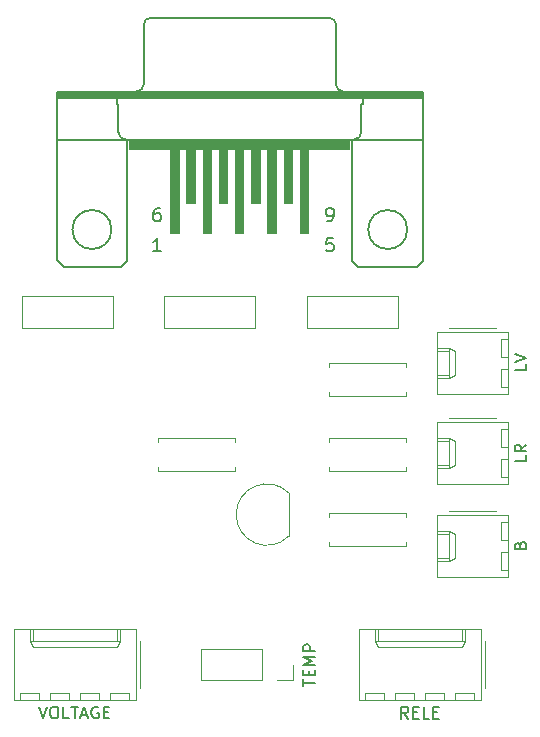
<source format=gbr>
%TF.GenerationSoftware,KiCad,Pcbnew,(6.0.6)*%
%TF.CreationDate,2022-08-24T17:57:08-03:00*%
%TF.ProjectId,hub_interior,6875625f-696e-4746-9572-696f722e6b69,rev?*%
%TF.SameCoordinates,Original*%
%TF.FileFunction,Legend,Top*%
%TF.FilePolarity,Positive*%
%FSLAX46Y46*%
G04 Gerber Fmt 4.6, Leading zero omitted, Abs format (unit mm)*
G04 Created by KiCad (PCBNEW (6.0.6)) date 2022-08-24 17:57:08*
%MOMM*%
%LPD*%
G01*
G04 APERTURE LIST*
%ADD10C,0.150000*%
%ADD11C,0.127000*%
%ADD12C,0.120000*%
%ADD13C,0.152400*%
G04 APERTURE END LIST*
D10*
%TO.C,LR*%
X49022380Y25971523D02*
X49022380Y25495333D01*
X48022380Y25495333D01*
X49022380Y26876285D02*
X48546190Y26542952D01*
X49022380Y26304857D02*
X48022380Y26304857D01*
X48022380Y26685809D01*
X48070000Y26781047D01*
X48117619Y26828666D01*
X48212857Y26876285D01*
X48355714Y26876285D01*
X48450952Y26828666D01*
X48498571Y26781047D01*
X48546190Y26685809D01*
X48546190Y26304857D01*
%TO.C,VOLTAGE*%
X7771190Y4702619D02*
X8104523Y3702619D01*
X8437857Y4702619D01*
X8961666Y4702619D02*
X9152142Y4702619D01*
X9247380Y4655000D01*
X9342619Y4559761D01*
X9390238Y4369285D01*
X9390238Y4035952D01*
X9342619Y3845476D01*
X9247380Y3750238D01*
X9152142Y3702619D01*
X8961666Y3702619D01*
X8866428Y3750238D01*
X8771190Y3845476D01*
X8723571Y4035952D01*
X8723571Y4369285D01*
X8771190Y4559761D01*
X8866428Y4655000D01*
X8961666Y4702619D01*
X10295000Y3702619D02*
X9818809Y3702619D01*
X9818809Y4702619D01*
X10485476Y4702619D02*
X11056904Y4702619D01*
X10771190Y3702619D02*
X10771190Y4702619D01*
X11342619Y3988333D02*
X11818809Y3988333D01*
X11247380Y3702619D02*
X11580714Y4702619D01*
X11914047Y3702619D01*
X12771190Y4655000D02*
X12675952Y4702619D01*
X12533095Y4702619D01*
X12390238Y4655000D01*
X12295000Y4559761D01*
X12247380Y4464523D01*
X12199761Y4274047D01*
X12199761Y4131190D01*
X12247380Y3940714D01*
X12295000Y3845476D01*
X12390238Y3750238D01*
X12533095Y3702619D01*
X12628333Y3702619D01*
X12771190Y3750238D01*
X12818809Y3797857D01*
X12818809Y4131190D01*
X12628333Y4131190D01*
X13247380Y4226428D02*
X13580714Y4226428D01*
X13723571Y3702619D02*
X13247380Y3702619D01*
X13247380Y4702619D01*
X13723571Y4702619D01*
%TO.C,TEMP*%
X30147380Y6445476D02*
X30147380Y7016904D01*
X31147380Y6731190D02*
X30147380Y6731190D01*
X30623571Y7350238D02*
X30623571Y7683571D01*
X31147380Y7826428D02*
X31147380Y7350238D01*
X30147380Y7350238D01*
X30147380Y7826428D01*
X31147380Y8255000D02*
X30147380Y8255000D01*
X30861666Y8588333D01*
X30147380Y8921666D01*
X31147380Y8921666D01*
X31147380Y9397857D02*
X30147380Y9397857D01*
X30147380Y9778809D01*
X30195000Y9874047D01*
X30242619Y9921666D01*
X30337857Y9969285D01*
X30480714Y9969285D01*
X30575952Y9921666D01*
X30623571Y9874047D01*
X30671190Y9778809D01*
X30671190Y9397857D01*
%TO.C,LV*%
X49022380Y33662952D02*
X49022380Y33186761D01*
X48022380Y33186761D01*
X48022380Y33853428D02*
X49022380Y34186761D01*
X48022380Y34520095D01*
%TO.C,B*%
X48498571Y18359428D02*
X48546190Y18502285D01*
X48593809Y18549904D01*
X48689047Y18597523D01*
X48831904Y18597523D01*
X48927142Y18549904D01*
X48974761Y18502285D01*
X49022380Y18407047D01*
X49022380Y18026095D01*
X48022380Y18026095D01*
X48022380Y18359428D01*
X48070000Y18454666D01*
X48117619Y18502285D01*
X48212857Y18549904D01*
X48308095Y18549904D01*
X48403333Y18502285D01*
X48450952Y18454666D01*
X48498571Y18359428D01*
X48498571Y18026095D01*
%TO.C,RELE*%
X39005000Y3682619D02*
X38671666Y4158809D01*
X38433571Y3682619D02*
X38433571Y4682619D01*
X38814523Y4682619D01*
X38909761Y4635000D01*
X38957380Y4587380D01*
X39005000Y4492142D01*
X39005000Y4349285D01*
X38957380Y4254047D01*
X38909761Y4206428D01*
X38814523Y4158809D01*
X38433571Y4158809D01*
X39433571Y4206428D02*
X39766904Y4206428D01*
X39909761Y3682619D02*
X39433571Y3682619D01*
X39433571Y4682619D01*
X39909761Y4682619D01*
X40814523Y3682619D02*
X40338333Y3682619D01*
X40338333Y4682619D01*
X41147857Y4206428D02*
X41481190Y4206428D01*
X41624047Y3682619D02*
X41147857Y3682619D01*
X41147857Y4682619D01*
X41624047Y4682619D01*
D11*
%TO.C,X1*%
X32159121Y45774428D02*
X32376835Y45774428D01*
X32485692Y45828857D01*
X32540121Y45883285D01*
X32648978Y46046571D01*
X32703407Y46264285D01*
X32703407Y46699714D01*
X32648978Y46808571D01*
X32594550Y46863000D01*
X32485692Y46917428D01*
X32267978Y46917428D01*
X32159121Y46863000D01*
X32104692Y46808571D01*
X32050264Y46699714D01*
X32050264Y46427571D01*
X32104692Y46318714D01*
X32159121Y46264285D01*
X32267978Y46209857D01*
X32485692Y46209857D01*
X32594550Y46264285D01*
X32648978Y46318714D01*
X32703407Y46427571D01*
X18098407Y43234428D02*
X17445264Y43234428D01*
X17771835Y43234428D02*
X17771835Y44377428D01*
X17662978Y44214142D01*
X17554121Y44105285D01*
X17445264Y44050857D01*
X17989550Y46917428D02*
X17771835Y46917428D01*
X17662978Y46863000D01*
X17608550Y46808571D01*
X17499692Y46645285D01*
X17445264Y46427571D01*
X17445264Y45992142D01*
X17499692Y45883285D01*
X17554121Y45828857D01*
X17662978Y45774428D01*
X17880692Y45774428D01*
X17989550Y45828857D01*
X18043978Y45883285D01*
X18098407Y45992142D01*
X18098407Y46264285D01*
X18043978Y46373142D01*
X17989550Y46427571D01*
X17880692Y46482000D01*
X17662978Y46482000D01*
X17554121Y46427571D01*
X17499692Y46373142D01*
X17445264Y46264285D01*
X32648978Y44377428D02*
X32104692Y44377428D01*
X32050264Y43833142D01*
X32104692Y43887571D01*
X32213550Y43942000D01*
X32485692Y43942000D01*
X32594550Y43887571D01*
X32648978Y43833142D01*
X32703407Y43724285D01*
X32703407Y43452142D01*
X32648978Y43343285D01*
X32594550Y43288857D01*
X32485692Y43234428D01*
X32213550Y43234428D01*
X32104692Y43288857D01*
X32050264Y43343285D01*
D12*
%TO.C,LR*%
X46880000Y28232000D02*
X46880000Y26632000D01*
X47480000Y23512000D02*
X47480000Y28812000D01*
X47480000Y25692000D02*
X46880000Y25692000D01*
X41460000Y23512000D02*
X47480000Y23512000D01*
X42990000Y27182000D02*
X42990000Y25142000D01*
X46880000Y26632000D02*
X47480000Y26632000D01*
X47480000Y28232000D02*
X46880000Y28232000D01*
X47480000Y28812000D02*
X41460000Y28812000D01*
X41460000Y25142000D02*
X42460000Y25142000D01*
X46450000Y29102000D02*
X42450000Y29102000D01*
X41460000Y27432000D02*
X42460000Y27432000D01*
X42990000Y25142000D02*
X42460000Y24892000D01*
X46880000Y25692000D02*
X46880000Y24092000D01*
X46880000Y24092000D02*
X47480000Y24092000D01*
X41460000Y28812000D02*
X41460000Y23512000D01*
X42460000Y24892000D02*
X41460000Y24892000D01*
X42460000Y27432000D02*
X42990000Y27182000D01*
X42460000Y27432000D02*
X42460000Y24892000D01*
X41460000Y27182000D02*
X42460000Y27182000D01*
%TO.C,VOLTAGE*%
X7235000Y9735000D02*
X6985000Y10265000D01*
X15985000Y5245000D02*
X15985000Y11265000D01*
X12865000Y5845000D02*
X11265000Y5845000D01*
X7235000Y11265000D02*
X7235000Y10265000D01*
X11265000Y5845000D02*
X11265000Y5245000D01*
X14605000Y10265000D02*
X14355000Y9735000D01*
X12865000Y5245000D02*
X12865000Y5845000D01*
X14605000Y11265000D02*
X14605000Y10265000D01*
X15985000Y11265000D02*
X5605000Y11265000D01*
X14605000Y10265000D02*
X6985000Y10265000D01*
X15405000Y5245000D02*
X15405000Y5845000D01*
X7785000Y5845000D02*
X6185000Y5845000D01*
X5605000Y11265000D02*
X5605000Y5245000D01*
X16275000Y6275000D02*
X16275000Y10275000D01*
X10325000Y5845000D02*
X8725000Y5845000D01*
X14355000Y9735000D02*
X7235000Y9735000D01*
X13805000Y5845000D02*
X13805000Y5245000D01*
X15405000Y5845000D02*
X13805000Y5845000D01*
X8725000Y5845000D02*
X8725000Y5245000D01*
X6185000Y5845000D02*
X6185000Y5245000D01*
X10325000Y5245000D02*
X10325000Y5845000D01*
X5605000Y5245000D02*
X15985000Y5245000D01*
X7785000Y5245000D02*
X7785000Y5845000D01*
X6985000Y10265000D02*
X6985000Y11265000D01*
X14355000Y11265000D02*
X14355000Y10265000D01*
%TO.C,TEMP*%
X21515000Y9585000D02*
X21515000Y6925000D01*
X26655000Y9585000D02*
X26655000Y6925000D01*
X29255000Y6925000D02*
X27925000Y6925000D01*
X26655000Y6925000D02*
X21515000Y6925000D01*
X26655000Y9585000D02*
X21515000Y9585000D01*
X29255000Y8255000D02*
X29255000Y6925000D01*
%TO.C,R4*%
X32290000Y31015000D02*
X38830000Y31015000D01*
X32290000Y33755000D02*
X38830000Y33755000D01*
X38830000Y31015000D02*
X38830000Y31345000D01*
X38830000Y33755000D02*
X38830000Y33425000D01*
X32290000Y31345000D02*
X32290000Y31015000D01*
X32290000Y33425000D02*
X32290000Y33755000D01*
%TO.C,LV*%
X41460000Y32762000D02*
X42460000Y32762000D01*
X41460000Y35052000D02*
X42460000Y35052000D01*
X42990000Y32762000D02*
X42460000Y32512000D01*
X47480000Y35852000D02*
X46880000Y35852000D01*
X42990000Y34802000D02*
X42990000Y32762000D01*
X46880000Y34252000D02*
X47480000Y34252000D01*
X46450000Y36722000D02*
X42450000Y36722000D01*
X46880000Y33312000D02*
X46880000Y31712000D01*
X47480000Y36432000D02*
X41460000Y36432000D01*
X47480000Y33312000D02*
X46880000Y33312000D01*
X42460000Y35052000D02*
X42460000Y32512000D01*
X46880000Y35852000D02*
X46880000Y34252000D01*
X42460000Y35052000D02*
X42990000Y34802000D01*
X41460000Y31132000D02*
X47480000Y31132000D01*
X41460000Y36432000D02*
X41460000Y31132000D01*
X46880000Y31712000D02*
X47480000Y31712000D01*
X47480000Y31132000D02*
X47480000Y36432000D01*
X42460000Y32512000D02*
X41460000Y32512000D01*
X41460000Y34802000D02*
X42460000Y34802000D01*
%TO.C,C1*%
X18315000Y39470000D02*
X26055000Y39470000D01*
X26055000Y39470000D02*
X26055000Y36730000D01*
X18315000Y39470000D02*
X18315000Y36730000D01*
X18315000Y36730000D02*
X26055000Y36730000D01*
%TO.C,C4*%
X6290000Y39470000D02*
X6290000Y36730000D01*
X14030000Y39470000D02*
X14030000Y36730000D01*
X6290000Y36730000D02*
X14030000Y36730000D01*
X6290000Y39470000D02*
X14030000Y39470000D01*
%TO.C,R3*%
X32290000Y24665000D02*
X38830000Y24665000D01*
X32290000Y27405000D02*
X38830000Y27405000D01*
X38830000Y24665000D02*
X38830000Y24995000D01*
X32290000Y24995000D02*
X32290000Y24665000D01*
X32290000Y27075000D02*
X32290000Y27405000D01*
X38830000Y27405000D02*
X38830000Y27075000D01*
%TO.C,B*%
X41460000Y19308000D02*
X42460000Y19308000D01*
X46880000Y17818000D02*
X46880000Y16218000D01*
X41460000Y20938000D02*
X41460000Y15638000D01*
X46880000Y18758000D02*
X47480000Y18758000D01*
X42460000Y19558000D02*
X42990000Y19308000D01*
X41460000Y17268000D02*
X42460000Y17268000D01*
X46880000Y16218000D02*
X47480000Y16218000D01*
X47480000Y20938000D02*
X41460000Y20938000D01*
X47480000Y17818000D02*
X46880000Y17818000D01*
X47480000Y20358000D02*
X46880000Y20358000D01*
X47480000Y15638000D02*
X47480000Y20938000D01*
X46880000Y20358000D02*
X46880000Y18758000D01*
X46450000Y21228000D02*
X42450000Y21228000D01*
X42990000Y19308000D02*
X42990000Y17268000D01*
X42990000Y17268000D02*
X42460000Y17018000D01*
X42460000Y19558000D02*
X42460000Y17018000D01*
X41460000Y15638000D02*
X47480000Y15638000D01*
X42460000Y17018000D02*
X41460000Y17018000D01*
X41460000Y19558000D02*
X42460000Y19558000D01*
%TO.C,R2*%
X32290000Y18645000D02*
X32290000Y18315000D01*
X38830000Y21055000D02*
X38830000Y20725000D01*
X32290000Y18315000D02*
X38830000Y18315000D01*
X38830000Y18315000D02*
X38830000Y18645000D01*
X32290000Y21055000D02*
X38830000Y21055000D01*
X32290000Y20725000D02*
X32290000Y21055000D01*
%TO.C,R1*%
X24352000Y24995000D02*
X24352000Y24665000D01*
X17812000Y24665000D02*
X17812000Y24995000D01*
X24352000Y27405000D02*
X17812000Y27405000D01*
X24352000Y27075000D02*
X24352000Y27405000D01*
X17812000Y27405000D02*
X17812000Y27075000D01*
X24352000Y24665000D02*
X17812000Y24665000D01*
%TO.C,RELE*%
X43815000Y10245000D02*
X36195000Y10245000D01*
X36195000Y10245000D02*
X36195000Y11245000D01*
X45195000Y11245000D02*
X34815000Y11245000D01*
X35395000Y5825000D02*
X35395000Y5225000D01*
X36445000Y9715000D02*
X36195000Y10245000D01*
X42075000Y5825000D02*
X40475000Y5825000D01*
X42075000Y5225000D02*
X42075000Y5825000D01*
X43815000Y11245000D02*
X43815000Y10245000D01*
X45485000Y6255000D02*
X45485000Y10255000D01*
X36995000Y5225000D02*
X36995000Y5825000D01*
X44615000Y5825000D02*
X43015000Y5825000D01*
X45195000Y5225000D02*
X45195000Y11245000D01*
X40475000Y5825000D02*
X40475000Y5225000D01*
X36995000Y5825000D02*
X35395000Y5825000D01*
X43565000Y11245000D02*
X43565000Y10245000D01*
X36445000Y11245000D02*
X36445000Y10245000D01*
X39535000Y5825000D02*
X37935000Y5825000D01*
X43565000Y9715000D02*
X36445000Y9715000D01*
X43015000Y5825000D02*
X43015000Y5225000D01*
X43815000Y10245000D02*
X43565000Y9715000D01*
X34815000Y5225000D02*
X45195000Y5225000D01*
X44615000Y5225000D02*
X44615000Y5825000D01*
X39535000Y5225000D02*
X39535000Y5825000D01*
X34815000Y11245000D02*
X34815000Y5225000D01*
X37935000Y5825000D02*
X37935000Y5225000D01*
%TO.C,Q1*%
X28902500Y19155000D02*
X28902500Y22755000D01*
X28890978Y22793478D02*
G75*
G03*
X24452500Y20955000I-1838478J-1838478D01*
G01*
X24452499Y20955000D02*
G75*
G03*
X28890978Y19116522I2600001J0D01*
G01*
D13*
%TO.C,X1*%
X9271000Y52705000D02*
X9271000Y52578000D01*
X9271000Y56261000D02*
X9271000Y56769000D01*
X17145000Y62992000D02*
X17399000Y62992000D01*
X14351000Y55753000D02*
X14478000Y55753000D01*
X39751000Y41910000D02*
X40259000Y42418000D01*
X34290000Y42418000D02*
X34290000Y52705000D01*
X15494000Y52705000D02*
X34036000Y52705000D01*
X15494000Y52705000D02*
X15494000Y51943000D01*
X32131000Y62992000D02*
X32385000Y62992000D01*
X9271000Y52705000D02*
X9271000Y55753000D01*
X17018000Y56769000D02*
X32512000Y56769000D01*
X32512000Y56769000D02*
X40259000Y56769000D01*
X32893000Y57404000D02*
X32893000Y62484000D01*
X34798000Y41910000D02*
X39751000Y41910000D01*
X9271000Y52705000D02*
X14351000Y52705000D01*
X40259000Y52705000D02*
X40259000Y52578000D01*
X40259000Y55753000D02*
X40259000Y52705000D01*
X9271000Y42545000D02*
X9271000Y52578000D01*
X34290000Y42418000D02*
X34798000Y41910000D01*
X17399000Y62992000D02*
X32131000Y62992000D01*
X14351000Y56261000D02*
X35179000Y56261000D01*
X9271000Y56261000D02*
X11811000Y56261000D01*
X15494000Y51943000D02*
X34036000Y51943000D01*
X14351000Y52705000D02*
X15240000Y52705000D01*
X14732000Y41910000D02*
X15240000Y42418000D01*
X14351000Y55753000D02*
X14351000Y56261000D01*
X35179000Y52705000D02*
X40259000Y52705000D01*
X14478000Y53340000D02*
X14478000Y55753000D01*
X15240000Y42418000D02*
X15240000Y52705000D01*
X35179000Y56261000D02*
X37719000Y56261000D01*
X11811000Y56261000D02*
X14351000Y56261000D01*
X9906000Y41910000D02*
X9271000Y42545000D01*
X35052000Y53340000D02*
X35052000Y55753000D01*
X34036000Y52705000D02*
X34036000Y51943000D01*
X16637000Y57404000D02*
X16637000Y62484000D01*
X35052000Y55753000D02*
X35179000Y55753000D01*
X9271000Y55753000D02*
X9271000Y56261000D01*
X34290000Y52705000D02*
X35179000Y52705000D01*
X37719000Y56261000D02*
X40259000Y56261000D01*
X35179000Y55753000D02*
X35179000Y56261000D01*
X40259000Y56769000D02*
X40259000Y56261000D01*
X40259000Y42418000D02*
X40259000Y52578000D01*
X40259000Y56261000D02*
X40259000Y55753000D01*
X14732000Y41910000D02*
X9906000Y41910000D01*
X15240000Y52705000D02*
X15494000Y52705000D01*
X34036000Y52705000D02*
X34290000Y52705000D01*
X9271000Y56769000D02*
X17018000Y56769000D01*
X14478000Y53340000D02*
G75*
G03*
X15113000Y52705000I634999J-1D01*
G01*
X32893000Y57404000D02*
G75*
G03*
X33528000Y56769000I635000J0D01*
G01*
X17145000Y62992000D02*
G75*
G03*
X16637000Y62484000I1J-508001D01*
G01*
X34417000Y52705000D02*
G75*
G03*
X35052000Y53340000I0J635000D01*
G01*
X16002000Y56769000D02*
G75*
G03*
X16637000Y57404000I1J634999D01*
G01*
X32893000Y62484000D02*
G75*
G03*
X32385000Y62992000I-508000J0D01*
G01*
X38938200Y45085000D02*
G75*
G03*
X38938200Y45085000I-1651000J0D01*
G01*
X13893800Y45085000D02*
G75*
G03*
X13893800Y45085000I-1651000J0D01*
G01*
G36*
X27914600Y44704000D02*
G01*
X27101800Y44704000D01*
X27101800Y51943000D01*
X27914600Y51943000D01*
X27914600Y44704000D01*
G37*
G36*
X29286200Y47244000D02*
G01*
X28473400Y47244000D01*
X28473400Y51943000D01*
X29286200Y51943000D01*
X29286200Y47244000D01*
G37*
G36*
X23799800Y47244000D02*
G01*
X22987000Y47244000D01*
X22987000Y51943000D01*
X23799800Y51943000D01*
X23799800Y47244000D01*
G37*
G36*
X40259000Y56261000D02*
G01*
X9271000Y56261000D01*
X9271000Y56769000D01*
X40259000Y56769000D01*
X40259000Y56261000D01*
G37*
G36*
X34036000Y51943000D02*
G01*
X15494000Y51943000D01*
X15494000Y52705000D01*
X34036000Y52705000D01*
X34036000Y51943000D01*
G37*
G36*
X22428200Y44704000D02*
G01*
X21615400Y44704000D01*
X21615400Y51943000D01*
X22428200Y51943000D01*
X22428200Y44704000D01*
G37*
G36*
X30657800Y44704000D02*
G01*
X29845000Y44704000D01*
X29845000Y51943000D01*
X30657800Y51943000D01*
X30657800Y44704000D01*
G37*
G36*
X26517600Y47244000D02*
G01*
X25704800Y47244000D01*
X25704800Y51943000D01*
X26517600Y51943000D01*
X26517600Y47244000D01*
G37*
G36*
X25146000Y44704000D02*
G01*
X24333200Y44704000D01*
X24333200Y51943000D01*
X25146000Y51943000D01*
X25146000Y44704000D01*
G37*
G36*
X19685000Y44704000D02*
G01*
X18872200Y44704000D01*
X18872200Y51943000D01*
X19685000Y51943000D01*
X19685000Y44704000D01*
G37*
G36*
X21056600Y47244000D02*
G01*
X20243800Y47244000D01*
X20243800Y51943000D01*
X21056600Y51943000D01*
X21056600Y47244000D01*
G37*
D12*
%TO.C,C2*%
X30420000Y39470000D02*
X30420000Y36730000D01*
X38160000Y39470000D02*
X38160000Y36730000D01*
X30420000Y36730000D02*
X38160000Y36730000D01*
X30420000Y39470000D02*
X38160000Y39470000D01*
%TD*%
M02*

</source>
